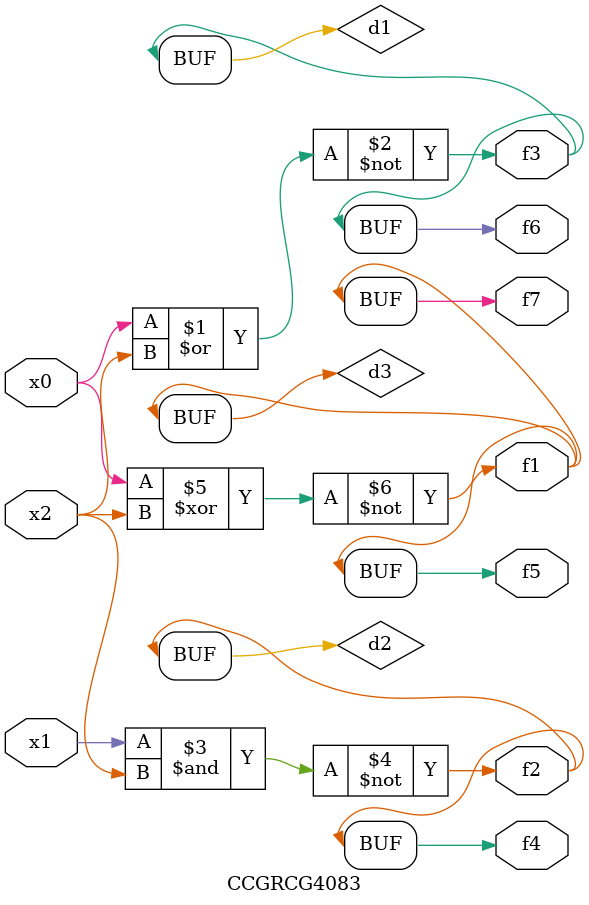
<source format=v>
module CCGRCG4083(
	input x0, x1, x2,
	output f1, f2, f3, f4, f5, f6, f7
);

	wire d1, d2, d3;

	nor (d1, x0, x2);
	nand (d2, x1, x2);
	xnor (d3, x0, x2);
	assign f1 = d3;
	assign f2 = d2;
	assign f3 = d1;
	assign f4 = d2;
	assign f5 = d3;
	assign f6 = d1;
	assign f7 = d3;
endmodule

</source>
